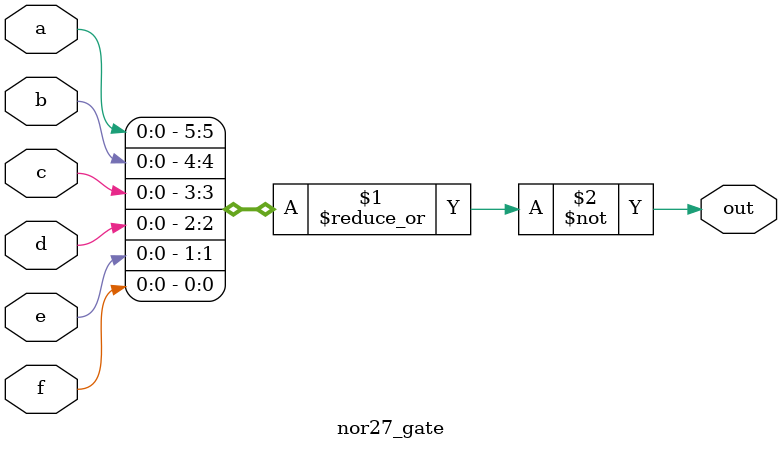
<source format=v>
module nor27_gate (
  input a,
  input b,
  input c,
  input d,
  input e,
  input f,
  output wire out
);

  assign out = ~(|{a,b,c,d,e,f});

endmodule

</source>
